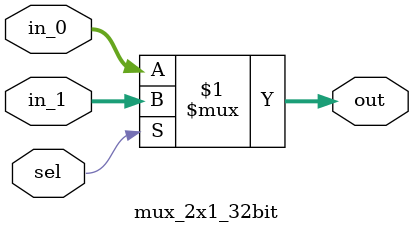
<source format=v>
module mux_2x1_32bit (out, in_0, in_1, sel);
	
input  [31:0] in_0, in_1;
input   sel;
output [31:0] out;
	
parameter delay = 0;
	
assign #(delay*1000) out = (sel)? in_1 : in_0;
	
endmodule
</source>
